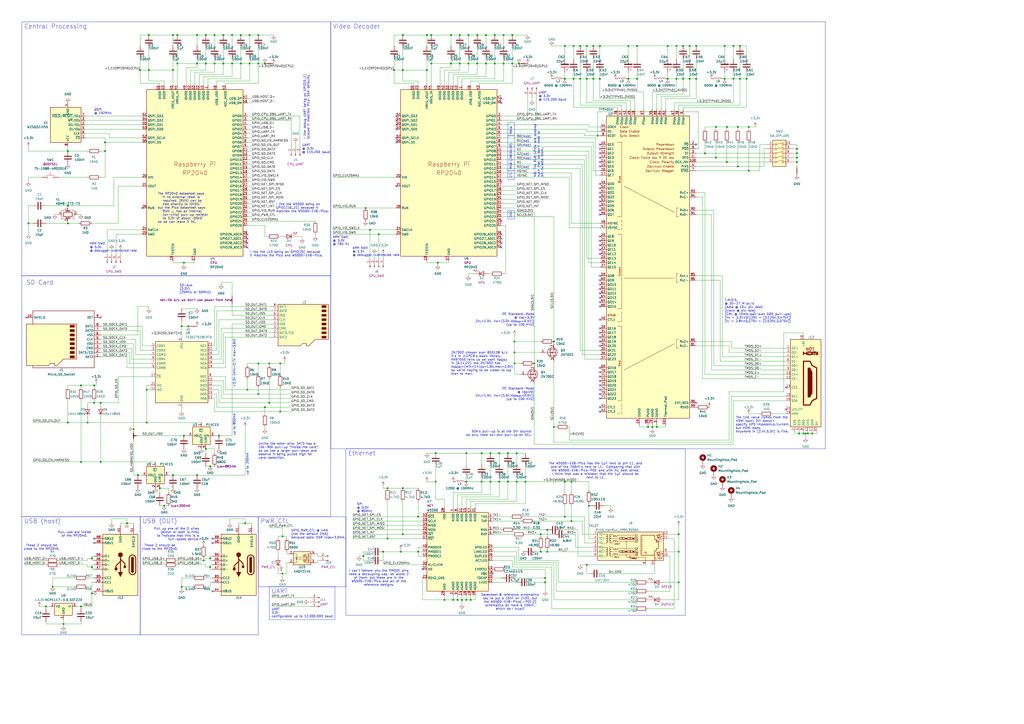
<source format=kicad_sch>
(kicad_sch
	(version 20250114)
	(generator "eeschema")
	(generator_version "9.0")
	(uuid "b1026673-0e9c-440a-b81e-11156c42154b")
	(paper "A2")
	(title_block
		(title "SBC-Harness")
		(date "2025-07-14")
		(rev "1")
		(company "Umorpha Systems")
	)
	
	(rectangle
		(start 12.7 160.02)
		(end 191.77 299.72)
		(stroke
			(width 0)
			(type default)
		)
		(fill
			(type none)
		)
		(uuid 3b4fe1ce-cd42-4f1f-aa34-c6747b132754)
	)
	(rectangle
		(start 191.77 12.7)
		(end 478.79 260.35)
		(stroke
			(width 0)
			(type default)
		)
		(fill
			(type none)
		)
		(uuid 593b7cb0-d51f-4d81-b5b8-25a2aa932e6b)
	)
	(rectangle
		(start 12.7 12.7)
		(end 191.77 160.02)
		(stroke
			(width 0)
			(type default)
		)
		(fill
			(type none)
		)
		(uuid 7aa4e31b-7ecf-4dfc-9920-9c3c15483c15)
	)
	(rectangle
		(start 200.66 260.35)
		(end 397.51 356.87)
		(stroke
			(width 0)
			(type default)
		)
		(fill
			(type none)
		)
		(uuid bdea290a-e735-4209-899a-350577ab61b4)
	)
	(rectangle
		(start 81.28 299.72)
		(end 149.86 368.3)
		(stroke
			(width 0)
			(type default)
		)
		(fill
			(type none)
		)
		(uuid d8d65cdd-f366-445a-b841-d84521e909f4)
	)
	(rectangle
		(start 12.7 299.72)
		(end 81.28 368.3)
		(stroke
			(width 0)
			(type default)
		)
		(fill
			(type none)
		)
		(uuid f5b5792b-477e-42e4-b5cf-6db70c559125)
	)
	(rectangle
		(start 149.86 299.72)
		(end 200.66 340.36)
		(stroke
			(width 0)
			(type default)
		)
		(fill
			(type none)
		)
		(uuid f6df71c1-9645-490e-a3e2-96b364fbdf37)
	)
	(rectangle
		(start 156.21 340.36)
		(end 194.31 359.41)
		(stroke
			(width 0)
			(type default)
		)
		(fill
			(type none)
		)
		(uuid facfeb80-cad1-4749-923a-fc8bd3e59344)
	)
	(text "The 1kΩ value comes from the\nHDMI spec; DVI doesn't\nspecify HPD impedence/current,\nbut HDMI does.\nAnywhere in [2.4V,5.3V] is fine."
		(exclude_from_sim no)
		(at 426.72 246.38 0)
		(effects
			(font
				(size 1.27 1.27)
			)
			(justify left)
		)
		(uuid "0816a7eb-cf0e-477a-ab44-b68b6650a6fb")
	)
	(text "Video Decoder"
		(exclude_from_sim no)
		(at 193.04 13.97 0)
		(effects
			(font
				(size 2.54 2.54)
			)
			(justify left top)
		)
		(uuid "0c4628d6-643c-4886-b1a9-ce76ca89fa66")
	)
	(text "SDA's pull-up is at the DVI source;\nwe only need our own pull-up on SCL."
		(exclude_from_sim no)
		(at 308.61 251.46 0)
		(effects
			(font
				(size 1.27 1.27)
			)
			(justify right)
		)
		(uuid "1139594d-f559-45a1-a19e-8864f6bf71f8")
	)
	(text "UART\n3.3V\nconfigurable up to 12,000,000 baud"
		(exclude_from_sim no)
		(at 157.48 355.6 0)
		(effects
			(font
				(size 1.27 1.27)
			)
			(justify left)
		)
		(uuid "138e1e73-106d-4443-adb8-a2f8a82d087c")
	)
	(text "UART\n"
		(exclude_from_sim no)
		(at 157.48 341.63 0)
		(effects
			(font
				(size 2.54 2.54)
			)
			(justify left top)
		)
		(uuid "1618ec0f-6536-46d5-a53d-882e729407bb")
	)
	(text "USB (DUT)"
		(exclude_from_sim no)
		(at 82.55 300.99 0)
		(effects
			(font
				(size 2.54 2.54)
			)
			(justify left top)
		)
		(uuid "19b45369-daf7-4b93-a941-2909686bc671")
	)
	(text "Central Processing\n"
		(exclude_from_sim no)
		(at 13.97 13.97 0)
		(effects
			(font
				(size 2.54 2.54)
			)
			(justify left top)
		)
		(uuid "1a7bbd5a-76ae-4954-a0e1-89591c99b530")
	)
	(text "up to 200mA"
		(exclude_from_sim no)
		(at 143.51 275.59 90)
		(effects
			(font
				(size 1.27 1.27)
			)
			(justify left)
		)
		(uuid "1ce03047-c01a-477e-812f-9eb9802a5508")
	)
	(text "(msb)"
		(exclude_from_sim no)
		(at 302.26 85.09 0)
		(effects
			(font
				(size 1.27 1.27)
			)
			(justify left bottom)
		)
		(uuid "1ed054a6-3e2e-49eb-8220-7a28838b6486")
	)
	(text "Pull-ups are inside\nof the RP2040."
		(exclude_from_sim no)
		(at 43.18 309.88 0)
		(effects
			(font
				(size 1.27 1.27)
			)
		)
		(uuid "2af082e0-38a1-416c-80a5-f9261d8ecb2d")
	)
	(text "up to 800mA"
		(exclude_from_sim no)
		(at 135.89 252.73 90)
		(effects
			(font
				(size 1.27 1.27)
			)
			(justify left)
		)
		(uuid "2cd29333-2aa3-48f2-96c0-55b8c4efa1e1")
	)
	(text "(lsb)"
		(exclude_from_sim no)
		(at 302.26 82.55 0)
		(effects
			(font
				(size 1.27 1.27)
			)
			(justify left bottom)
		)
		(uuid "30ce1398-937f-4b5c-a2e3-c12703fa67e6")
	)
	(text "USB (host)"
		(exclude_from_sim no)
		(at 13.97 300.99 0)
		(effects
			(font
				(size 2.54 2.54)
			)
			(justify left top)
		)
		(uuid "347f87db-f06d-4d58-bc83-c4b10b92ea2b")
	)
	(text "I like the LED being on GPIO[25] because\nit matches the Pico and W5500-EVB-Pico."
		(exclude_from_sim no)
		(at 144.78 147.32 0)
		(effects
			(font
				(size 1.27 1.27)
			)
			(justify left)
		)
		(uuid "39cb007d-f66c-4756-944d-0f494af5c640")
	)
	(text "Unlike the other pins, DAT3 has a\n10k-90k pull-up *inside the card*,\nso we use a larger pull-down and\nobserve it being pulled high for\ncard-detection."
		(exclude_from_sim no)
		(at 149.86 261.62 0)
		(effects
			(font
				(size 1.27 1.27)
			)
			(justify left)
		)
		(uuid "3f4bb1a3-9729-4abf-93ae-95e014ea17b1")
	)
	(text "NB: The RGB GPIOs are ordered\nsuch that we don't need to\nbit-twiddle them."
		(exclude_from_sim no)
		(at 312.42 102.87 90)
		(effects
			(font
				(size 1.27 1.27)
			)
			(justify left)
		)
		(uuid "40944d25-3fbb-4cea-8cfb-bf104d467ecd")
	)
	(text "(lsb)"
		(exclude_from_sim no)
		(at 302.26 97.79 0)
		(effects
			(font
				(size 1.27 1.27)
			)
			(justify left bottom)
		)
		(uuid "41f0ff72-577b-4682-bb2c-554244288553")
	)
	(text "I like debug UART being on GPIO[0..1]\nbcause it matches Pico-SDK defaults."
		(exclude_from_sim no)
		(at 177.8 43.18 90)
		(effects
			(font
				(size 1.27 1.27)
			)
			(justify right)
		)
		(uuid "44b7b3b3-bb60-4eb7-b2ac-357c7ab70cf6")
	)
	(text "The RP2040 datasheet says\n  \"If no external reset is\n   required, [RUN] can be\n   tied directly to IOVDD.\"\nbut the Pico datasheet says\n  \"RUN ... has an internal\n   (on-chip) pull-up resistor\n   to 3.3V of about ~50kΩ\"\nso we can leave it NC."
		(exclude_from_sim no)
		(at 91.44 120.65 0)
		(effects
			(font
				(size 1.27 1.27)
			)
			(justify left)
		)
		(uuid "465d3fd1-3d33-4387-b2dd-beea8e0d07b8")
	)
	(text "QSPI\n@ 192MHz"
		(exclude_from_sim no)
		(at 54.61 64.77 0)
		(effects
			(font
				(size 1.27 1.27)
			)
			(justify left)
		)
		(uuid "4f211b5e-988f-42fc-8051-28d36718b338")
	)
	(text "SD Card"
		(exclude_from_sim no)
		(at 15.24 162.56 0)
		(effects
			(font
				(size 2.54 2.54)
			)
			(justify left top)
		)
		(uuid "584b2063-7083-4392-a007-43b28e1f842c")
	)
	(text "ARM SWD\n@ 3.3V\n@ TBD Hz"
		(exclude_from_sim no)
		(at 193.04 139.7 0)
		(effects
			(font
				(size 1.27 1.27)
			)
			(justify left)
		)
		(uuid "5b4dbad2-fe59-4711-a080-cd3819c85c54")
	)
	(text "I^{2}C Standard-Mode\n@ V_{DD}=5V\n(V_{IL}<1.5V, V_{IH}=[3.0V,V_{DDmax}+0.5V])\n(up to 100 KHz)\n"
		(exclude_from_sim no)
		(at 309.88 228.6 0)
		(effects
			(font
				(size 1.27 1.27)
			)
			(justify right)
		)
		(uuid "5bc6e0cc-d7f0-477b-9026
... [555082 chars truncated]
</source>
